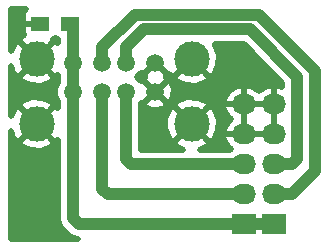
<source format=gbr>
G04 #@! TF.FileFunction,Copper,L1,Top,Signal*
%FSLAX46Y46*%
G04 Gerber Fmt 4.6, Leading zero omitted, Abs format (unit mm)*
G04 Created by KiCad (PCBNEW 4.0.2+e4-6225~38~ubuntu14.04.1-stable) date Fri 01 Jul 2016 14:13:15 SAST*
%MOMM*%
G01*
G04 APERTURE LIST*
%ADD10C,0.050000*%
%ADD11C,1.500000*%
%ADD12C,3.000000*%
%ADD13R,2.032000X1.727200*%
%ADD14O,2.032000X1.727200*%
%ADD15R,1.500000X1.250000*%
%ADD16C,1.000000*%
%ADD17C,0.500000*%
G04 APERTURE END LIST*
D10*
D11*
X123500000Y-76800000D03*
X121000000Y-76800000D03*
X119000000Y-76800000D03*
X116500000Y-76800000D03*
X116500000Y-74300000D03*
X119000000Y-74300000D03*
X121000000Y-74300000D03*
X123500000Y-74300000D03*
D12*
X113430000Y-79500000D03*
X113430000Y-74000000D03*
X126570000Y-79500000D03*
X126570000Y-74000000D03*
D13*
X131000000Y-88000000D03*
D14*
X131000000Y-85460000D03*
X131000000Y-82920000D03*
X131000000Y-80380000D03*
X131000000Y-77840000D03*
D13*
X133540000Y-88000000D03*
D14*
X133540000Y-85460000D03*
X133540000Y-82920000D03*
X133540000Y-80380000D03*
X133540000Y-77840000D03*
D15*
X113750000Y-71000000D03*
X116250000Y-71000000D03*
D16*
X131000000Y-85460000D02*
X119460000Y-85460000D01*
X119000000Y-85000000D02*
X119000000Y-76800000D01*
X119460000Y-85460000D02*
X119000000Y-85000000D01*
X121000000Y-76800000D02*
X121000000Y-82500000D01*
X121420000Y-82920000D02*
X131000000Y-82920000D01*
X121000000Y-82500000D02*
X121420000Y-82920000D01*
X119000000Y-74300000D02*
X119000000Y-73000000D01*
X135040000Y-85460000D02*
X133540000Y-85460000D01*
X137000000Y-83500000D02*
X135040000Y-85460000D01*
X137000000Y-75000000D02*
X137000000Y-83500000D01*
X132249998Y-70249998D02*
X137000000Y-75000000D01*
X121750002Y-70249998D02*
X132249998Y-70249998D01*
X119000000Y-73000000D02*
X121750002Y-70249998D01*
X121000000Y-74300000D02*
X121000000Y-73000000D01*
X135080000Y-82920000D02*
X133540000Y-82920000D01*
X135500000Y-82500000D02*
X135080000Y-82920000D01*
X135500000Y-75500000D02*
X135500000Y-82500000D01*
X131500000Y-71500000D02*
X135500000Y-75500000D01*
X122500000Y-71500000D02*
X131500000Y-71500000D01*
X121000000Y-73000000D02*
X122500000Y-71500000D01*
X116500000Y-74300000D02*
X116500000Y-71250000D01*
X116500000Y-71250000D02*
X116250000Y-71000000D01*
X133540000Y-88000000D02*
X131000000Y-88000000D01*
X116500000Y-76800000D02*
X116500000Y-87500000D01*
X117000000Y-88000000D02*
X131000000Y-88000000D01*
X116500000Y-87500000D02*
X117000000Y-88000000D01*
X116500000Y-74300000D02*
X116500000Y-76800000D01*
D17*
G36*
X112357398Y-69945628D02*
X112242000Y-70224225D01*
X112242000Y-70806500D01*
X112431500Y-70996000D01*
X113746000Y-70996000D01*
X113746000Y-70976000D01*
X113754000Y-70976000D01*
X113754000Y-70996000D01*
X113774000Y-70996000D01*
X113774000Y-71004000D01*
X113754000Y-71004000D01*
X113754000Y-71024000D01*
X113746000Y-71024000D01*
X113746000Y-71004000D01*
X112431500Y-71004000D01*
X112242000Y-71193500D01*
X112242000Y-71775775D01*
X112334112Y-71998154D01*
X112223676Y-72039114D01*
X112080016Y-72135103D01*
X111938901Y-72503244D01*
X113430000Y-73994343D01*
X114921099Y-72503244D01*
X114844283Y-72302847D01*
X114929373Y-72267601D01*
X114997744Y-72199230D01*
X115199318Y-72336960D01*
X115242000Y-72345603D01*
X115242000Y-72629740D01*
X114926756Y-72508901D01*
X113435657Y-74000000D01*
X114926756Y-75491099D01*
X115242000Y-75370260D01*
X115242000Y-75908075D01*
X115212158Y-75937865D01*
X114980264Y-76496327D01*
X114979736Y-77101020D01*
X115210655Y-77659886D01*
X115242000Y-77691286D01*
X115242000Y-78129740D01*
X114926756Y-78008901D01*
X113435657Y-79500000D01*
X114926756Y-80991099D01*
X115242000Y-80870260D01*
X115242000Y-87500000D01*
X115337760Y-87981416D01*
X115610460Y-88389540D01*
X116110460Y-88889540D01*
X116518584Y-89162240D01*
X116959781Y-89250000D01*
X111250000Y-89250000D01*
X111250000Y-80996756D01*
X111938901Y-80996756D01*
X112080016Y-81364897D01*
X112896443Y-81739556D01*
X113794099Y-81773263D01*
X114636324Y-81460886D01*
X114779984Y-81364897D01*
X114921099Y-80996756D01*
X113430000Y-79505657D01*
X111938901Y-80996756D01*
X111250000Y-80996756D01*
X111250000Y-80115553D01*
X111469114Y-80706324D01*
X111565103Y-80849984D01*
X111933244Y-80991099D01*
X113424343Y-79500000D01*
X111933244Y-78008901D01*
X111565103Y-78150016D01*
X111250000Y-78836663D01*
X111250000Y-78003244D01*
X111938901Y-78003244D01*
X113430000Y-79494343D01*
X114921099Y-78003244D01*
X114779984Y-77635103D01*
X113963557Y-77260444D01*
X113065901Y-77226737D01*
X112223676Y-77539114D01*
X112080016Y-77635103D01*
X111938901Y-78003244D01*
X111250000Y-78003244D01*
X111250000Y-75496756D01*
X111938901Y-75496756D01*
X112080016Y-75864897D01*
X112896443Y-76239556D01*
X113794099Y-76273263D01*
X114636324Y-75960886D01*
X114779984Y-75864897D01*
X114921099Y-75496756D01*
X113430000Y-74005657D01*
X111938901Y-75496756D01*
X111250000Y-75496756D01*
X111250000Y-74615553D01*
X111469114Y-75206324D01*
X111565103Y-75349984D01*
X111933244Y-75491099D01*
X113424343Y-74000000D01*
X111933244Y-72508901D01*
X111565103Y-72650016D01*
X111250000Y-73336663D01*
X111250000Y-69750000D01*
X112553026Y-69750000D01*
X112357398Y-69945628D01*
X112357398Y-69945628D01*
G37*
X112357398Y-69945628D02*
X112242000Y-70224225D01*
X112242000Y-70806500D01*
X112431500Y-70996000D01*
X113746000Y-70996000D01*
X113746000Y-70976000D01*
X113754000Y-70976000D01*
X113754000Y-70996000D01*
X113774000Y-70996000D01*
X113774000Y-71004000D01*
X113754000Y-71004000D01*
X113754000Y-71024000D01*
X113746000Y-71024000D01*
X113746000Y-71004000D01*
X112431500Y-71004000D01*
X112242000Y-71193500D01*
X112242000Y-71775775D01*
X112334112Y-71998154D01*
X112223676Y-72039114D01*
X112080016Y-72135103D01*
X111938901Y-72503244D01*
X113430000Y-73994343D01*
X114921099Y-72503244D01*
X114844283Y-72302847D01*
X114929373Y-72267601D01*
X114997744Y-72199230D01*
X115199318Y-72336960D01*
X115242000Y-72345603D01*
X115242000Y-72629740D01*
X114926756Y-72508901D01*
X113435657Y-74000000D01*
X114926756Y-75491099D01*
X115242000Y-75370260D01*
X115242000Y-75908075D01*
X115212158Y-75937865D01*
X114980264Y-76496327D01*
X114979736Y-77101020D01*
X115210655Y-77659886D01*
X115242000Y-77691286D01*
X115242000Y-78129740D01*
X114926756Y-78008901D01*
X113435657Y-79500000D01*
X114926756Y-80991099D01*
X115242000Y-80870260D01*
X115242000Y-87500000D01*
X115337760Y-87981416D01*
X115610460Y-88389540D01*
X116110460Y-88889540D01*
X116518584Y-89162240D01*
X116959781Y-89250000D01*
X111250000Y-89250000D01*
X111250000Y-80996756D01*
X111938901Y-80996756D01*
X112080016Y-81364897D01*
X112896443Y-81739556D01*
X113794099Y-81773263D01*
X114636324Y-81460886D01*
X114779984Y-81364897D01*
X114921099Y-80996756D01*
X113430000Y-79505657D01*
X111938901Y-80996756D01*
X111250000Y-80996756D01*
X111250000Y-80115553D01*
X111469114Y-80706324D01*
X111565103Y-80849984D01*
X111933244Y-80991099D01*
X113424343Y-79500000D01*
X111933244Y-78008901D01*
X111565103Y-78150016D01*
X111250000Y-78836663D01*
X111250000Y-78003244D01*
X111938901Y-78003244D01*
X113430000Y-79494343D01*
X114921099Y-78003244D01*
X114779984Y-77635103D01*
X113963557Y-77260444D01*
X113065901Y-77226737D01*
X112223676Y-77539114D01*
X112080016Y-77635103D01*
X111938901Y-78003244D01*
X111250000Y-78003244D01*
X111250000Y-75496756D01*
X111938901Y-75496756D01*
X112080016Y-75864897D01*
X112896443Y-76239556D01*
X113794099Y-76273263D01*
X114636324Y-75960886D01*
X114779984Y-75864897D01*
X114921099Y-75496756D01*
X113430000Y-74005657D01*
X111938901Y-75496756D01*
X111250000Y-75496756D01*
X111250000Y-74615553D01*
X111469114Y-75206324D01*
X111565103Y-75349984D01*
X111933244Y-75491099D01*
X113424343Y-74000000D01*
X111933244Y-72508901D01*
X111565103Y-72650016D01*
X111250000Y-73336663D01*
X111250000Y-69750000D01*
X112553026Y-69750000D01*
X112357398Y-69945628D01*
G36*
X134242000Y-76021081D02*
X134242000Y-76328327D01*
X133696400Y-76218400D01*
X133544000Y-76218400D01*
X133544000Y-77836000D01*
X133564000Y-77836000D01*
X133564000Y-77844000D01*
X133544000Y-77844000D01*
X133544000Y-80376000D01*
X133564000Y-80376000D01*
X133564000Y-80384000D01*
X133544000Y-80384000D01*
X133544000Y-80404000D01*
X133536000Y-80404000D01*
X133536000Y-80384000D01*
X131004000Y-80384000D01*
X131004000Y-80404000D01*
X130996000Y-80404000D01*
X130996000Y-80384000D01*
X129415506Y-80384000D01*
X129246595Y-80637624D01*
X129347906Y-80996864D01*
X129698127Y-81523816D01*
X129868440Y-81638224D01*
X129832857Y-81662000D01*
X127234084Y-81662000D01*
X127776324Y-81460886D01*
X127919984Y-81364897D01*
X128061099Y-80996756D01*
X126570000Y-79505657D01*
X125078901Y-80996756D01*
X125220016Y-81364897D01*
X125867439Y-81662000D01*
X122258000Y-81662000D01*
X122258000Y-79864099D01*
X124296737Y-79864099D01*
X124609114Y-80706324D01*
X124705103Y-80849984D01*
X125073244Y-80991099D01*
X126564343Y-79500000D01*
X126575657Y-79500000D01*
X128066756Y-80991099D01*
X128434897Y-80849984D01*
X128809556Y-80033557D01*
X128843263Y-79135901D01*
X128530886Y-78293676D01*
X128434897Y-78150016D01*
X128298217Y-78097624D01*
X129246595Y-78097624D01*
X129347906Y-78456864D01*
X129698127Y-78983816D01*
X129885970Y-79110000D01*
X129698127Y-79236184D01*
X129347906Y-79763136D01*
X129246595Y-80122376D01*
X129415506Y-80376000D01*
X130996000Y-80376000D01*
X130996000Y-77844000D01*
X131004000Y-77844000D01*
X131004000Y-80376000D01*
X133536000Y-80376000D01*
X133536000Y-77844000D01*
X131004000Y-77844000D01*
X130996000Y-77844000D01*
X129415506Y-77844000D01*
X129246595Y-78097624D01*
X128298217Y-78097624D01*
X128066756Y-78008901D01*
X126575657Y-79500000D01*
X126564343Y-79500000D01*
X125073244Y-78008901D01*
X124705103Y-78150016D01*
X124330444Y-78966443D01*
X124296737Y-79864099D01*
X122258000Y-79864099D01*
X122258000Y-77764687D01*
X122540970Y-77764687D01*
X122592302Y-78056145D01*
X123142101Y-78307888D01*
X123746389Y-78330069D01*
X124313165Y-78119311D01*
X124407698Y-78056145D01*
X124417014Y-78003244D01*
X125078901Y-78003244D01*
X126570000Y-79494343D01*
X128061099Y-78003244D01*
X127919984Y-77635103D01*
X127805086Y-77582376D01*
X129246595Y-77582376D01*
X129415506Y-77836000D01*
X130996000Y-77836000D01*
X130996000Y-76218400D01*
X131004000Y-76218400D01*
X131004000Y-77836000D01*
X133536000Y-77836000D01*
X133536000Y-76218400D01*
X133383600Y-76218400D01*
X132763345Y-76343368D01*
X132270000Y-76674773D01*
X131776655Y-76343368D01*
X131156400Y-76218400D01*
X131004000Y-76218400D01*
X130996000Y-76218400D01*
X130843600Y-76218400D01*
X130223345Y-76343368D01*
X129698127Y-76696184D01*
X129347906Y-77223136D01*
X129246595Y-77582376D01*
X127805086Y-77582376D01*
X127103557Y-77260444D01*
X126205901Y-77226737D01*
X125363676Y-77539114D01*
X125220016Y-77635103D01*
X125078901Y-78003244D01*
X124417014Y-78003244D01*
X124459030Y-77764687D01*
X123500000Y-76805657D01*
X122540970Y-77764687D01*
X122258000Y-77764687D01*
X122258000Y-77710189D01*
X122535313Y-77759030D01*
X123494343Y-76800000D01*
X123505657Y-76800000D01*
X124464687Y-77759030D01*
X124756145Y-77707698D01*
X125007888Y-77157899D01*
X125030069Y-76553611D01*
X124819311Y-75986835D01*
X124756145Y-75892302D01*
X124464687Y-75840970D01*
X123505657Y-76800000D01*
X123494343Y-76800000D01*
X122535313Y-75840970D01*
X122243855Y-75892302D01*
X122243151Y-75893839D01*
X121899606Y-75549694D01*
X122185111Y-75264687D01*
X122540970Y-75264687D01*
X122591220Y-75550000D01*
X122540970Y-75835313D01*
X123500000Y-76794343D01*
X124459030Y-75835313D01*
X124408780Y-75550000D01*
X124418157Y-75496756D01*
X125078901Y-75496756D01*
X125220016Y-75864897D01*
X126036443Y-76239556D01*
X126934099Y-76273263D01*
X127776324Y-75960886D01*
X127919984Y-75864897D01*
X128061099Y-75496756D01*
X126570000Y-74005657D01*
X125078901Y-75496756D01*
X124418157Y-75496756D01*
X124459030Y-75264687D01*
X123500000Y-74305657D01*
X122540970Y-75264687D01*
X122185111Y-75264687D01*
X122243193Y-75206707D01*
X122243855Y-75207698D01*
X122535313Y-75259030D01*
X123494343Y-74300000D01*
X123480201Y-74285858D01*
X123485858Y-74280201D01*
X123500000Y-74294343D01*
X123514142Y-74280201D01*
X123519799Y-74285858D01*
X123505657Y-74300000D01*
X124464687Y-75259030D01*
X124625416Y-75230722D01*
X124705103Y-75349984D01*
X125073244Y-75491099D01*
X126564343Y-74000000D01*
X126550201Y-73985858D01*
X126555858Y-73980201D01*
X126570000Y-73994343D01*
X126584142Y-73980201D01*
X126589799Y-73985858D01*
X126575657Y-74000000D01*
X128066756Y-75491099D01*
X128434897Y-75349984D01*
X128809556Y-74533557D01*
X128843263Y-73635901D01*
X128530886Y-72793676D01*
X128507048Y-72758000D01*
X130978920Y-72758000D01*
X134242000Y-76021081D01*
X134242000Y-76021081D01*
G37*
X134242000Y-76021081D02*
X134242000Y-76328327D01*
X133696400Y-76218400D01*
X133544000Y-76218400D01*
X133544000Y-77836000D01*
X133564000Y-77836000D01*
X133564000Y-77844000D01*
X133544000Y-77844000D01*
X133544000Y-80376000D01*
X133564000Y-80376000D01*
X133564000Y-80384000D01*
X133544000Y-80384000D01*
X133544000Y-80404000D01*
X133536000Y-80404000D01*
X133536000Y-80384000D01*
X131004000Y-80384000D01*
X131004000Y-80404000D01*
X130996000Y-80404000D01*
X130996000Y-80384000D01*
X129415506Y-80384000D01*
X129246595Y-80637624D01*
X129347906Y-80996864D01*
X129698127Y-81523816D01*
X129868440Y-81638224D01*
X129832857Y-81662000D01*
X127234084Y-81662000D01*
X127776324Y-81460886D01*
X127919984Y-81364897D01*
X128061099Y-80996756D01*
X126570000Y-79505657D01*
X125078901Y-80996756D01*
X125220016Y-81364897D01*
X125867439Y-81662000D01*
X122258000Y-81662000D01*
X122258000Y-79864099D01*
X124296737Y-79864099D01*
X124609114Y-80706324D01*
X124705103Y-80849984D01*
X125073244Y-80991099D01*
X126564343Y-79500000D01*
X126575657Y-79500000D01*
X128066756Y-80991099D01*
X128434897Y-80849984D01*
X128809556Y-80033557D01*
X128843263Y-79135901D01*
X128530886Y-78293676D01*
X128434897Y-78150016D01*
X128298217Y-78097624D01*
X129246595Y-78097624D01*
X129347906Y-78456864D01*
X129698127Y-78983816D01*
X129885970Y-79110000D01*
X129698127Y-79236184D01*
X129347906Y-79763136D01*
X129246595Y-80122376D01*
X129415506Y-80376000D01*
X130996000Y-80376000D01*
X130996000Y-77844000D01*
X131004000Y-77844000D01*
X131004000Y-80376000D01*
X133536000Y-80376000D01*
X133536000Y-77844000D01*
X131004000Y-77844000D01*
X130996000Y-77844000D01*
X129415506Y-77844000D01*
X129246595Y-78097624D01*
X128298217Y-78097624D01*
X128066756Y-78008901D01*
X126575657Y-79500000D01*
X126564343Y-79500000D01*
X125073244Y-78008901D01*
X124705103Y-78150016D01*
X124330444Y-78966443D01*
X124296737Y-79864099D01*
X122258000Y-79864099D01*
X122258000Y-77764687D01*
X122540970Y-77764687D01*
X122592302Y-78056145D01*
X123142101Y-78307888D01*
X123746389Y-78330069D01*
X124313165Y-78119311D01*
X124407698Y-78056145D01*
X124417014Y-78003244D01*
X125078901Y-78003244D01*
X126570000Y-79494343D01*
X128061099Y-78003244D01*
X127919984Y-77635103D01*
X127805086Y-77582376D01*
X129246595Y-77582376D01*
X129415506Y-77836000D01*
X130996000Y-77836000D01*
X130996000Y-76218400D01*
X131004000Y-76218400D01*
X131004000Y-77836000D01*
X133536000Y-77836000D01*
X133536000Y-76218400D01*
X133383600Y-76218400D01*
X132763345Y-76343368D01*
X132270000Y-76674773D01*
X131776655Y-76343368D01*
X131156400Y-76218400D01*
X131004000Y-76218400D01*
X130996000Y-76218400D01*
X130843600Y-76218400D01*
X130223345Y-76343368D01*
X129698127Y-76696184D01*
X129347906Y-77223136D01*
X129246595Y-77582376D01*
X127805086Y-77582376D01*
X127103557Y-77260444D01*
X126205901Y-77226737D01*
X125363676Y-77539114D01*
X125220016Y-77635103D01*
X125078901Y-78003244D01*
X124417014Y-78003244D01*
X124459030Y-77764687D01*
X123500000Y-76805657D01*
X122540970Y-77764687D01*
X122258000Y-77764687D01*
X122258000Y-77710189D01*
X122535313Y-77759030D01*
X123494343Y-76800000D01*
X123505657Y-76800000D01*
X124464687Y-77759030D01*
X124756145Y-77707698D01*
X125007888Y-77157899D01*
X125030069Y-76553611D01*
X124819311Y-75986835D01*
X124756145Y-75892302D01*
X124464687Y-75840970D01*
X123505657Y-76800000D01*
X123494343Y-76800000D01*
X122535313Y-75840970D01*
X122243855Y-75892302D01*
X122243151Y-75893839D01*
X121899606Y-75549694D01*
X122185111Y-75264687D01*
X122540970Y-75264687D01*
X122591220Y-75550000D01*
X122540970Y-75835313D01*
X123500000Y-76794343D01*
X124459030Y-75835313D01*
X124408780Y-75550000D01*
X124418157Y-75496756D01*
X125078901Y-75496756D01*
X125220016Y-75864897D01*
X126036443Y-76239556D01*
X126934099Y-76273263D01*
X127776324Y-75960886D01*
X127919984Y-75864897D01*
X128061099Y-75496756D01*
X126570000Y-74005657D01*
X125078901Y-75496756D01*
X124418157Y-75496756D01*
X124459030Y-75264687D01*
X123500000Y-74305657D01*
X122540970Y-75264687D01*
X122185111Y-75264687D01*
X122243193Y-75206707D01*
X122243855Y-75207698D01*
X122535313Y-75259030D01*
X123494343Y-74300000D01*
X123480201Y-74285858D01*
X123485858Y-74280201D01*
X123500000Y-74294343D01*
X123514142Y-74280201D01*
X123519799Y-74285858D01*
X123505657Y-74300000D01*
X124464687Y-75259030D01*
X124625416Y-75230722D01*
X124705103Y-75349984D01*
X125073244Y-75491099D01*
X126564343Y-74000000D01*
X126550201Y-73985858D01*
X126555858Y-73980201D01*
X126570000Y-73994343D01*
X126584142Y-73980201D01*
X126589799Y-73985858D01*
X126575657Y-74000000D01*
X128066756Y-75491099D01*
X128434897Y-75349984D01*
X128809556Y-74533557D01*
X128843263Y-73635901D01*
X128530886Y-72793676D01*
X128507048Y-72758000D01*
X130978920Y-72758000D01*
X134242000Y-76021081D01*
M02*

</source>
